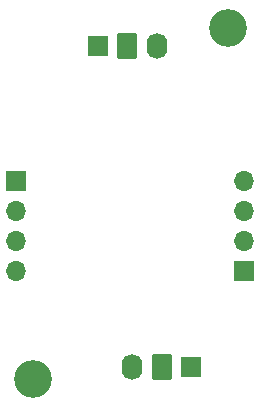
<source format=gbs>
G04 #@! TF.GenerationSoftware,KiCad,Pcbnew,7.0.1*
G04 #@! TF.CreationDate,2025-03-09T11:47:29-05:00*
G04 #@! TF.ProjectId,Single Mosfet Board V2,53696e67-6c65-4204-9d6f-736665742042,rev?*
G04 #@! TF.SameCoordinates,Original*
G04 #@! TF.FileFunction,Soldermask,Bot*
G04 #@! TF.FilePolarity,Negative*
%FSLAX46Y46*%
G04 Gerber Fmt 4.6, Leading zero omitted, Abs format (unit mm)*
G04 Created by KiCad (PCBNEW 7.0.1) date 2025-03-09 11:47:29*
%MOMM*%
%LPD*%
G01*
G04 APERTURE LIST*
G04 Aperture macros list*
%AMRoundRect*
0 Rectangle with rounded corners*
0 $1 Rounding radius*
0 $2 $3 $4 $5 $6 $7 $8 $9 X,Y pos of 4 corners*
0 Add a 4 corners polygon primitive as box body*
4,1,4,$2,$3,$4,$5,$6,$7,$8,$9,$2,$3,0*
0 Add four circle primitives for the rounded corners*
1,1,$1+$1,$2,$3*
1,1,$1+$1,$4,$5*
1,1,$1+$1,$6,$7*
1,1,$1+$1,$8,$9*
0 Add four rect primitives between the rounded corners*
20,1,$1+$1,$2,$3,$4,$5,0*
20,1,$1+$1,$4,$5,$6,$7,0*
20,1,$1+$1,$6,$7,$8,$9,0*
20,1,$1+$1,$8,$9,$2,$3,0*%
G04 Aperture macros list end*
%ADD10RoundRect,0.250000X-0.620000X-0.845000X0.620000X-0.845000X0.620000X0.845000X-0.620000X0.845000X0*%
%ADD11O,1.740000X2.190000*%
%ADD12R,1.700000X1.700000*%
%ADD13O,1.700000X1.700000*%
%ADD14C,3.200000*%
%ADD15RoundRect,0.250000X0.620000X0.845000X-0.620000X0.845000X-0.620000X-0.845000X0.620000X-0.845000X0*%
G04 APERTURE END LIST*
D10*
X138938000Y-66270000D03*
D11*
X141478000Y-66270000D03*
D12*
X144330000Y-93430000D03*
D13*
X148844000Y-77714000D03*
X148844000Y-80254000D03*
X148844000Y-82794000D03*
D12*
X148844000Y-85334000D03*
X129540000Y-77700000D03*
D13*
X129540000Y-80240000D03*
X129540000Y-82780000D03*
X129540000Y-85320000D03*
D12*
X136478000Y-66270000D03*
D14*
X147500000Y-64770000D03*
D15*
X141870000Y-93430000D03*
D11*
X139330000Y-93430000D03*
D14*
X131000000Y-94500000D03*
M02*

</source>
